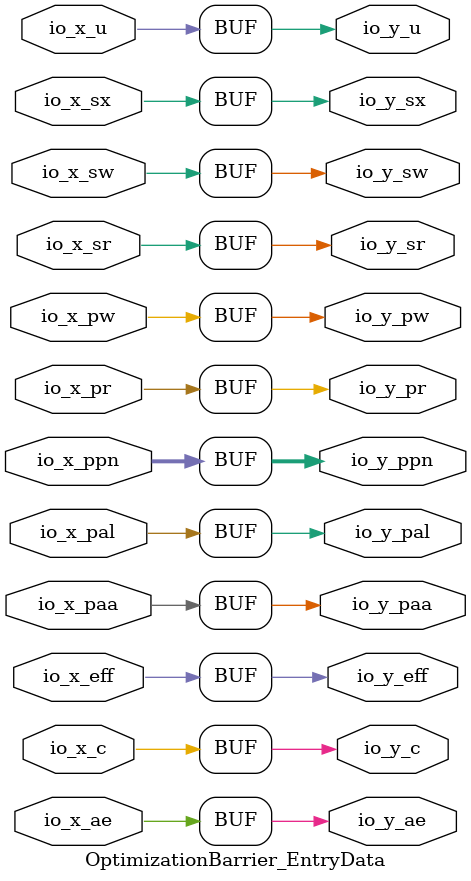
<source format=sv>
module OptimizationBarrier_EntryData(	// @[generators/rocket-chip/src/main/scala/util/package.scala:267:30]
  input  [19:0] io_x_ppn,	// @[generators/rocket-chip/src/main/scala/util/package.scala:268:18]
  input         io_x_u,	// @[generators/rocket-chip/src/main/scala/util/package.scala:268:18]
  input         io_x_ae,	// @[generators/rocket-chip/src/main/scala/util/package.scala:268:18]
  input         io_x_sw,	// @[generators/rocket-chip/src/main/scala/util/package.scala:268:18]
  input         io_x_sx,	// @[generators/rocket-chip/src/main/scala/util/package.scala:268:18]
  input         io_x_sr,	// @[generators/rocket-chip/src/main/scala/util/package.scala:268:18]
  input         io_x_pw,	// @[generators/rocket-chip/src/main/scala/util/package.scala:268:18]
  input         io_x_pr,	// @[generators/rocket-chip/src/main/scala/util/package.scala:268:18]
  input         io_x_pal,	// @[generators/rocket-chip/src/main/scala/util/package.scala:268:18]
  input         io_x_paa,	// @[generators/rocket-chip/src/main/scala/util/package.scala:268:18]
  input         io_x_eff,	// @[generators/rocket-chip/src/main/scala/util/package.scala:268:18]
  input         io_x_c,	// @[generators/rocket-chip/src/main/scala/util/package.scala:268:18]
  output [19:0] io_y_ppn,	// @[generators/rocket-chip/src/main/scala/util/package.scala:268:18]
  output        io_y_u,	// @[generators/rocket-chip/src/main/scala/util/package.scala:268:18]
  output        io_y_ae,	// @[generators/rocket-chip/src/main/scala/util/package.scala:268:18]
  output        io_y_sw,	// @[generators/rocket-chip/src/main/scala/util/package.scala:268:18]
  output        io_y_sx,	// @[generators/rocket-chip/src/main/scala/util/package.scala:268:18]
  output        io_y_sr,	// @[generators/rocket-chip/src/main/scala/util/package.scala:268:18]
  output        io_y_pw,	// @[generators/rocket-chip/src/main/scala/util/package.scala:268:18]
  output        io_y_pr,	// @[generators/rocket-chip/src/main/scala/util/package.scala:268:18]
  output        io_y_pal,	// @[generators/rocket-chip/src/main/scala/util/package.scala:268:18]
  output        io_y_paa,	// @[generators/rocket-chip/src/main/scala/util/package.scala:268:18]
  output        io_y_eff,	// @[generators/rocket-chip/src/main/scala/util/package.scala:268:18]
  output        io_y_c	// @[generators/rocket-chip/src/main/scala/util/package.scala:268:18]
);

  assign io_y_ppn = io_x_ppn;	// @[generators/rocket-chip/src/main/scala/util/package.scala:267:30]
  assign io_y_u = io_x_u;	// @[generators/rocket-chip/src/main/scala/util/package.scala:267:30]
  assign io_y_ae = io_x_ae;	// @[generators/rocket-chip/src/main/scala/util/package.scala:267:30]
  assign io_y_sw = io_x_sw;	// @[generators/rocket-chip/src/main/scala/util/package.scala:267:30]
  assign io_y_sx = io_x_sx;	// @[generators/rocket-chip/src/main/scala/util/package.scala:267:30]
  assign io_y_sr = io_x_sr;	// @[generators/rocket-chip/src/main/scala/util/package.scala:267:30]
  assign io_y_pw = io_x_pw;	// @[generators/rocket-chip/src/main/scala/util/package.scala:267:30]
  assign io_y_pr = io_x_pr;	// @[generators/rocket-chip/src/main/scala/util/package.scala:267:30]
  assign io_y_pal = io_x_pal;	// @[generators/rocket-chip/src/main/scala/util/package.scala:267:30]
  assign io_y_paa = io_x_paa;	// @[generators/rocket-chip/src/main/scala/util/package.scala:267:30]
  assign io_y_eff = io_x_eff;	// @[generators/rocket-chip/src/main/scala/util/package.scala:267:30]
  assign io_y_c = io_x_c;	// @[generators/rocket-chip/src/main/scala/util/package.scala:267:30]
endmodule


</source>
